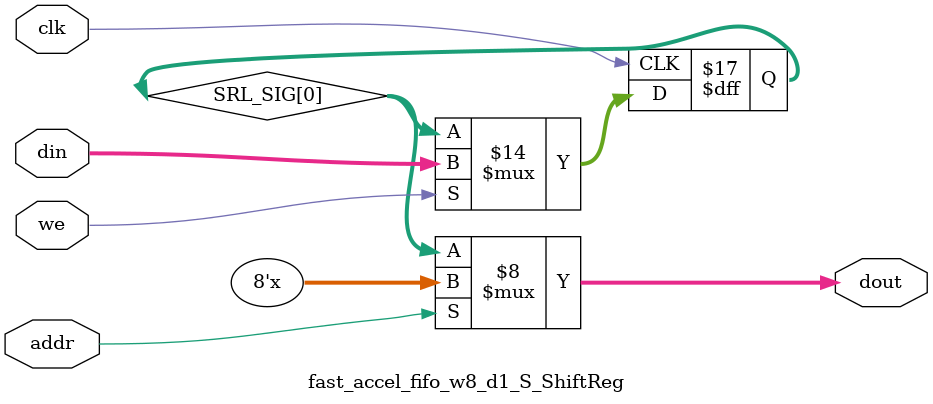
<source format=v>

`timescale 1 ns / 1 ps

module fast_accel_fifo_w8_d1_S
#(parameter
    MEM_STYLE   = "shiftReg",
    DATA_WIDTH  = 8,
    ADDR_WIDTH  = 1,
    DEPTH       = 1)
(
    // system signal
    input  wire                  clk,
    input  wire                  reset,

    // write
    output wire                  if_full_n,
    input  wire                  if_write_ce,
    input  wire                  if_write,
    input  wire [DATA_WIDTH-1:0] if_din,
    
    // read 
    output wire [ADDR_WIDTH:0]   if_num_data_valid, // for FRP
    output wire [ADDR_WIDTH:0]   if_fifo_cap,       // for FRP
    output wire                  if_empty_n,
    input  wire                  if_read_ce,
    input  wire                  if_read,
    output wire [DATA_WIDTH-1:0] if_dout
);
//------------------------Parameter----------------------

//------------------------Local signal-------------------
wire [ADDR_WIDTH-1:0] addr;
wire                  push;
wire                  pop;
reg signed [ADDR_WIDTH:0]   mOutPtr;
reg                   empty_n = 1'b0;
reg                   full_n  = 1'b1;
// with almost full?  no 
//------------------------Instantiation------------------
fast_accel_fifo_w8_d1_S_ShiftReg 
#(  .DATA_WIDTH (DATA_WIDTH),
    .ADDR_WIDTH (ADDR_WIDTH),
    .DEPTH      (DEPTH))
U_fast_accel_fifo_w8_d1_S_ShiftReg (
    .clk        (clk),
    .we         (push),
    .addr       (addr),
    .din        (if_din),
    .dout       (if_dout)
);
//------------------------Task and function--------------

//------------------------Body---------------------------
// has num_data_valid ? 
assign if_num_data_valid = mOutPtr + 1'b1; // yes
assign if_fifo_cap = DEPTH; // yes 

// has almost full ? 
assign if_full_n  = full_n; //no 
assign if_empty_n = empty_n;

assign push = (if_write & if_write_ce) & full_n;
assign pop  = (if_read & if_read_ce) & empty_n;
assign addr = mOutPtr[ADDR_WIDTH] == 1'b0 ? mOutPtr[ADDR_WIDTH-1:0]:{ADDR_WIDTH{1'b0}};

// full_n
always @(posedge clk ) begin
    if (reset == 1'b1)
        full_n <= 1'b1;
    else if (push & ~pop) begin
        if (mOutPtr == DEPTH - 2)
            full_n <= 1'b0;
    end
    else if (~push & pop)
        full_n <= 1'b1;
end

// almost_full_n 

// empty_n
always @(posedge clk ) begin
    if (reset == 1'b1)
        empty_n <= 1'b0;
    else if (push & ~pop)
        empty_n <= 1'b1;
    else if (~push & pop) begin
        if (mOutPtr == 0)
            empty_n <= 1'b0;
    end
end

// mOutPtr
always @(posedge clk ) begin
    if (reset == 1'b1)
        mOutPtr <= {ADDR_WIDTH+1{1'b1}};
    else if (push & ~pop)
        mOutPtr <= mOutPtr + 1'b1;
    else if (~push & pop)
        mOutPtr <= mOutPtr - 1'b1;
end

endmodule  


module fast_accel_fifo_w8_d1_S_ShiftReg
#(parameter
    DATA_WIDTH  = 8,
    ADDR_WIDTH  = 1,
    DEPTH       = 1)
(
    input  wire                  clk,
    input  wire                  we,
    input  wire [ADDR_WIDTH-1:0] addr,
    input  wire [DATA_WIDTH-1:0] din,
    output wire [DATA_WIDTH-1:0] dout
);

reg [DATA_WIDTH-1:0] SRL_SIG [0:DEPTH-1];
integer i;

always @ (posedge clk) begin
    if (we) begin
        for (i=0; i<DEPTH-1; i=i+1)
            SRL_SIG[i+1] <= SRL_SIG[i];
        SRL_SIG[0] <= din;
    end
end

assign dout = SRL_SIG[addr];

endmodule

</source>
